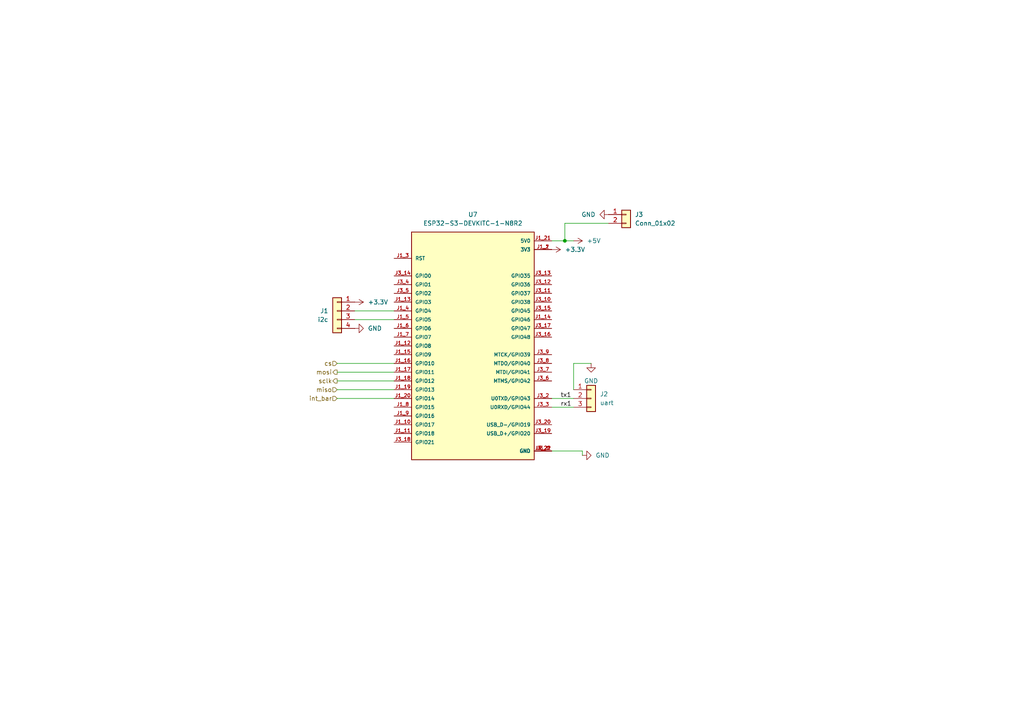
<source format=kicad_sch>
(kicad_sch (version 20240716) (generator "eeschema") (generator_version "8.99")
  (paper "A4")
  (lib_symbols
    (symbol "Connector_Generic:Conn_01x02" (pin_names (offset 1.016) hide)
      (property "Reference" "J" (at 0 2.54 0))
      (property "Value" "Conn_01x02" (at 0 -5.08 0))
      (symbol "Conn_01x02_1_1"
        (rectangle (start -1.27 1.27) (end 1.27 -3.81) (stroke (width 0.254)) (fill (type background)))
        (rectangle (start -1.27 0.127) (end 0 -0.127) (stroke (width 0.1524)))
        (rectangle (start -1.27 -2.413) (end 0 -2.667) (stroke (width 0.1524)))
        (pin passive line (at -5.08 0 0) (length 3.81) (name "Pin_1") (number "1"))
        (pin passive line (at -5.08 -2.54 0) (length 3.81) (name "Pin_2") (number "2"))
      )
    )
    (symbol "Connector_Generic:Conn_01x03" (pin_names (offset 1.016) hide)
      (property "Reference" "J" (at 0 5.08 0))
      (property "Value" "Conn_01x03" (at 0 -5.08 0))
      (symbol "Conn_01x03_1_1"
        (rectangle (start -1.27 3.81) (end 1.27 -3.81) (stroke (width 0.254)) (fill (type background)))
        (rectangle (start -1.27 2.667) (end 0 2.413) (stroke (width 0.1524)))
        (rectangle (start -1.27 0.127) (end 0 -0.127) (stroke (width 0.1524)))
        (rectangle (start -1.27 -2.413) (end 0 -2.667) (stroke (width 0.1524)))
        (pin passive line (at -5.08 2.54 0) (length 3.81) (name "Pin_1") (number "1"))
        (pin passive line (at -5.08 0 0) (length 3.81) (name "Pin_2") (number "2"))
        (pin passive line (at -5.08 -2.54 0) (length 3.81) (name "Pin_3") (number "3"))
      )
    )
    (symbol "Connector_Generic:Conn_01x04" (pin_names (offset 1.016) hide)
      (property "Reference" "J" (at 0 5.08 0))
      (property "Value" "Conn_01x04" (at 0 -7.62 0))
      (symbol "Conn_01x04_1_1"
        (rectangle (start -1.27 3.81) (end 1.27 -6.35) (stroke (width 0.254)) (fill (type background)))
        (rectangle (start -1.27 2.667) (end 0 2.413) (stroke (width 0.1524)))
        (rectangle (start -1.27 0.127) (end 0 -0.127) (stroke (width 0.1524)))
        (rectangle (start -1.27 -2.413) (end 0 -2.667) (stroke (width 0.1524)))
        (rectangle (start -1.27 -4.953) (end 0 -5.207) (stroke (width 0.1524)))
        (pin passive line (at -5.08 2.54 0) (length 3.81) (name "Pin_1") (number "1"))
        (pin passive line (at -5.08 0 0) (length 3.81) (name "Pin_2") (number "2"))
        (pin passive line (at -5.08 -2.54 0) (length 3.81) (name "Pin_3") (number "3"))
        (pin passive line (at -5.08 -5.08 0) (length 3.81) (name "Pin_4") (number "4"))
      )
    )
    (symbol "ESP32-S3-DEVKITC-1-N8R2:ESP32-S3-DEVKITC-1-N8R2" (pin_names (offset 1.016))
      (property "Reference" "U" (at -17.78 35.56 0))
      (property "Value" "ESP32-S3-DEVKITC-1-N8R2" (at -17.78 -35.56 0))
      (symbol "ESP32-S3-DEVKITC-1-N8R2_0_0"
        (rectangle (start -17.78 -33.02) (end 17.78 33.02) (stroke (width 0.254)) (fill (type background)))
        (pin input line (at -22.86 25.4 0) (length 5.08) (name "RST") (number "J1_3"))
        (pin bidirectional line (at -22.86 20.32 0) (length 5.08) (name "GPIO0") (number "J3_14"))
        (pin bidirectional line (at -22.86 17.78 0) (length 5.08) (name "GPIO1") (number "J3_4"))
        (pin bidirectional line (at -22.86 15.24 0) (length 5.08) (name "GPIO2") (number "J3_5"))
        (pin bidirectional line (at -22.86 12.7 0) (length 5.08) (name "GPIO3") (number "J1_13"))
        (pin bidirectional line (at -22.86 10.16 0) (length 5.08) (name "GPIO4") (number "J1_4"))
        (pin bidirectional line (at -22.86 7.62 0) (length 5.08) (name "GPIO5") (number "J1_5"))
        (pin bidirectional line (at -22.86 5.08 0) (length 5.08) (name "GPIO6") (number "J1_6"))
        (pin bidirectional line (at -22.86 2.54 0) (length 5.08) (name "GPIO7") (number "J1_7"))
        (pin bidirectional line (at -22.86 0 0) (length 5.08) (name "GPIO8") (number "J1_12"))
        (pin bidirectional line (at -22.86 -2.54 0) (length 5.08) (name "GPIO9") (number "J1_15"))
        (pin bidirectional line (at -22.86 -5.08 0) (length 5.08) (name "GPIO10") (number "J1_16"))
        (pin bidirectional line (at -22.86 -7.62 0) (length 5.08) (name "GPIO11") (number "J1_17"))
        (pin bidirectional line (at -22.86 -10.16 0) (length 5.08) (name "GPIO12") (number "J1_18"))
        (pin bidirectional line (at -22.86 -12.7 0) (length 5.08) (name "GPIO13") (number "J1_19"))
        (pin bidirectional line (at -22.86 -15.24 0) (length 5.08) (name "GPIO14") (number "J1_20"))
        (pin bidirectional line (at -22.86 -17.78 0) (length 5.08) (name "GPIO15") (number "J1_8"))
        (pin bidirectional line (at -22.86 -20.32 0) (length 5.08) (name "GPIO16") (number "J1_9"))
        (pin bidirectional line (at -22.86 -22.86 0) (length 5.08) (name "GPIO17") (number "J1_10"))
        (pin bidirectional line (at -22.86 -25.4 0) (length 5.08) (name "GPIO18") (number "J1_11"))
        (pin bidirectional line (at -22.86 -27.94 0) (length 5.08) (name "GPIO21") (number "J3_18"))
        (pin power_in line (at 22.86 30.48 180) (length 5.08) (name "5V0") (number "J1_21"))
        (pin power_in line (at 22.86 27.94 180) (length 5.08) (name "3V3") (number "J1_1"))
        (pin power_in line (at 22.86 27.94 180) (length 5.08) (name "3V3") (number "J1_2"))
        (pin bidirectional line (at 22.86 20.32 180) (length 5.08) (name "GPIO35") (number "J3_13"))
        (pin bidirectional line (at 22.86 17.78 180) (length 5.08) (name "GPIO36") (number "J3_12"))
        (pin bidirectional line (at 22.86 15.24 180) (length 5.08) (name "GPIO37") (number "J3_11"))
        (pin bidirectional line (at 22.86 12.7 180) (length 5.08) (name "GPIO38") (number "J3_10"))
        (pin bidirectional line (at 22.86 10.16 180) (length 5.08) (name "GPIO45") (number "J3_15"))
        (pin bidirectional line (at 22.86 7.62 180) (length 5.08) (name "GPIO46") (number "J1_14"))
        (pin bidirectional line (at 22.86 5.08 180) (length 5.08) (name "GPIO47") (number "J3_17"))
        (pin bidirectional line (at 22.86 2.54 180) (length 5.08) (name "GPIO48") (number "J3_16"))
        (pin bidirectional line (at 22.86 -2.54 180) (length 5.08) (name "MTCK/GPIO39") (number "J3_9"))
        (pin bidirectional line (at 22.86 -5.08 180) (length 5.08) (name "MTDO/GPIO40") (number "J3_8"))
        (pin bidirectional line (at 22.86 -7.62 180) (length 5.08) (name "MTDI/GPIO41") (number "J3_7"))
        (pin bidirectional line (at 22.86 -10.16 180) (length 5.08) (name "MTMS/GPIO42") (number "J3_6"))
        (pin bidirectional line (at 22.86 -15.24 180) (length 5.08) (name "U0TXD/GPIO43") (number "J3_2"))
        (pin bidirectional line (at 22.86 -17.78 180) (length 5.08) (name "U0RXD/GPIO44") (number "J3_3"))
        (pin bidirectional line (at 22.86 -22.86 180) (length 5.08) (name "USB_D-/GPIO19") (number "J3_20"))
        (pin bidirectional line (at 22.86 -25.4 180) (length 5.08) (name "USB_D+/GPIO20") (number "J3_19"))
        (pin power_in line (at 22.86 -30.48 180) (length 5.08) (name "GND") (number "J1_22"))
        (pin power_in line (at 22.86 -30.48 180) (length 5.08) (name "GND") (number "J3_1"))
        (pin power_in line (at 22.86 -30.48 180) (length 5.08) (name "GND") (number "J3_21"))
        (pin power_in line (at 22.86 -30.48 180) (length 5.08) (name "GND") (number "J3_22"))
      )
    )
    (symbol "power:+3.3V" (power) (pin_numbers hide) (pin_names (offset 0) hide)
      (property "Value" "+3.3V" (at 0 3.556 0))
      (symbol "+3.3V_0_1"
        (polyline (pts (xy -0.762 1.27) (xy 0 2.54)))
        (polyline (pts (xy 0 2.54) (xy 0.762 1.27)))
        (polyline (pts (xy 0 0) (xy 0 2.54)))
      )
      (symbol "+3.3V_1_1"
        (pin power_in line (at 0 0 90) (length 0) (name "~") (number "1"))
      )
    )
    (symbol "power:+5V" (power) (pin_numbers hide) (pin_names (offset 0) hide)
      (property "Value" "+5V" (at 0 3.556 0))
      (symbol "+5V_0_1"
        (polyline (pts (xy -0.762 1.27) (xy 0 2.54)))
        (polyline (pts (xy 0 2.54) (xy 0.762 1.27)))
        (polyline (pts (xy 0 0) (xy 0 2.54)))
      )
      (symbol "+5V_1_1"
        (pin power_in line (at 0 0 90) (length 0) (name "~") (number "1"))
      )
    )
    (symbol "power:GND" (power) (pin_numbers hide) (pin_names (offset 0) hide)
      (property "Value" "GND" (at 0 -3.81 0))
      (symbol "GND_0_1"
        (polyline (pts (xy 0 0) (xy 0 -1.27) (xy 1.27 -1.27) (xy 0 -2.54) (xy -1.27 -1.27) (xy 0 -1.27)))
      )
      (symbol "GND_1_1"
        (pin power_in line (at 0 0 270) (length 0) (name "~") (number "1"))
      )
    )
  )
  (junction (at 163.83 69.85))
  (wire (pts (xy 102.87 90.17) (xy 114.3 90.17)))
  (wire (pts (xy 114.3 107.95) (xy 97.79 107.95)))
  (wire (pts (xy 163.83 64.77) (xy 176.53 64.77)))
  (wire (pts (xy 163.83 69.85) (xy 166.37 69.85)))
  (wire (pts (xy 168.91 130.81) (xy 168.91 132.08)))
  (wire (pts (xy 97.79 110.49) (xy 114.3 110.49)))
  (wire (pts (xy 160.02 69.85) (xy 163.83 69.85)))
  (wire (pts (xy 160.02 118.11) (xy 166.37 118.11)))
  (wire (pts (xy 166.37 105.41) (xy 171.45 105.41)))
  (wire (pts (xy 97.79 113.03) (xy 114.3 113.03)))
  (wire (pts (xy 160.02 115.57) (xy 166.37 115.57)))
  (wire (pts (xy 160.02 130.81) (xy 168.91 130.81)))
  (wire (pts (xy 102.87 92.71) (xy 114.3 92.71)))
  (wire (pts (xy 163.83 64.77) (xy 163.83 69.85)))
  (wire (pts (xy 97.79 115.57) (xy 114.3 115.57)))
  (wire (pts (xy 166.37 113.03) (xy 166.37 105.41)))
  (wire (pts (xy 97.79 105.41) (xy 114.3 105.41)))
  (label "rx1" (at 162.56 118.11 0))
  (label "tx1" (at 162.56 115.57 0))
  (hierarchical_label "int_bar" (shape input) (at 97.79 115.57 180))
  (hierarchical_label "mosi" (shape output) (at 97.79 107.95 180))
  (hierarchical_label "cs" (shape input) (at 97.79 105.41 180))
  (hierarchical_label "sclk" (shape output) (at 97.79 110.49 180))
  (hierarchical_label "miso" (shape input) (at 97.79 113.03 180))
  (symbol (lib_id "Connector_Generic:Conn_01x03") (at 171.45 115.57 0) (unit 1)
    (property "Reference" "J2" (at 173.99 114.2999 0) (effects (justify left)))
    (property "Value" "uart" (at 173.99 116.8399 0) (effects (justify left)))
    (property "Footprint" "Connector_JST:JST_EH_B3B-EH-A_1x03_P2.50mm_Vertical" (effects (hide yes)))
    (property "Description" "Generic connector, single row, 01x03, script generated (kicad-library-utils/schlib/autogen/connector/)" (effects (hide yes)))
  )
  (symbol (lib_id "power:GND") (at 176.53 62.23 270) (unit 1)
    (property "Reference" "#PWR058" (effects (hide yes)))
    (property "Value" "GND" (at 172.72 62.2299 90) (effects (justify right)))
    (property "Description" "Power symbol creates a global label with name \"GND\" , ground" (effects (hide yes)))
  )
  (symbol (lib_id "power:GND") (at 102.87 95.25 90) (unit 1)
    (property "Reference" "#PWR053" (effects (hide yes)))
    (property "Value" "GND" (at 106.68 95.2499 90) (effects (justify right)))
    (property "Description" "Power symbol creates a global label with name \"GND\" , ground" (effects (hide yes)))
  )
  (symbol (lib_id "power:+5V") (at 166.37 69.85 270) (unit 1)
    (property "Reference" "#PWR055" (effects (hide yes)))
    (property "Value" "+5V" (at 170.18 69.8499 90) (effects (justify left)))
    (property "Description" "Power symbol creates a global label with name \"+5V\"" (effects (hide yes)))
  )
  (symbol (lib_id "Connector_Generic:Conn_01x04") (at 97.79 90.17 0) (mirror y) (unit 1)
    (property "Reference" "J1" (at 95.25 90.1699 0) (effects (justify left)))
    (property "Value" "i2c" (at 95.25 92.7099 0) (effects (justify left)))
    (property "Footprint" "Connector_JST:JST_EH_B4B-EH-A_1x04_P2.50mm_Vertical" (effects (hide yes)))
    (property "Description" "Generic connector, single row, 01x04, script generated (kicad-library-utils/schlib/autogen/connector/)" (effects (hide yes)))
  )
  (symbol (lib_id "power:GND") (at 171.45 105.41 0) (unit 1)
    (property "Reference" "#PWR057" (effects (hide yes)))
    (property "Value" "GND" (at 171.45 110.49 0))
    (property "Description" "Power symbol creates a global label with name \"GND\" , ground" (effects (hide yes)))
  )
  (symbol (lib_id "Connector_Generic:Conn_01x02") (at 181.61 62.23 0) (unit 1)
    (property "Reference" "J3" (at 184.15 62.2299 0) (effects (justify left)))
    (property "Value" "Conn_01x02" (at 184.15 64.7699 0) (effects (justify left)))
    (property "Footprint" "Connector_Wire:SolderWire-0.5sqmm_1x02_P4.6mm_D0.9mm_OD2.1mm" (effects (hide yes)))
    (property "Description" "Generic connector, single row, 01x02, script generated (kicad-library-utils/schlib/autogen/connector/)" (effects (hide yes)))
  )
  (symbol (lib_id "power:+3.3V") (at 160.02 72.39 270) (unit 1)
    (property "Reference" "#PWR054" (effects (hide yes)))
    (property "Value" "+3.3V" (at 163.83 72.3899 90) (effects (justify left)))
    (property "Description" "Power symbol creates a global label with name \"+3.3V\"" (effects (hide yes)))
  )
  (symbol (lib_id "power:+3.3V") (at 102.87 87.63 270) (unit 1)
    (property "Reference" "#PWR052" (effects (hide yes)))
    (property "Value" "+3.3V" (at 106.68 87.6299 90) (effects (justify left)))
    (property "Description" "Power symbol creates a global label with name \"+3.3V\"" (effects (hide yes)))
  )
  (symbol (lib_id "power:GND") (at 168.91 132.08 90) (unit 1)
    (property "Reference" "#PWR056" (effects (hide yes)))
    (property "Value" "GND" (at 172.72 132.0799 90) (effects (justify right)))
    (property "Description" "Power symbol creates a global label with name \"GND\" , ground" (effects (hide yes)))
  )
  (symbol (lib_id "ESP32-S3-DEVKITC-1-N8R2:ESP32-S3-DEVKITC-1-N8R2") (at 137.16 100.33 0) (unit 1)
    (property "Reference" "U7" (at 137.16 62.23 0))
    (property "Value" "ESP32-S3-DEVKITC-1-N8R2" (at 137.16 64.77 0))
    (property "Footprint" "local:XCVR_ESP32-S3-DEVKITC-1-N8R2" (effects (hide yes)))
    (property "MF" "Espressif Systems" (effects (hide yes)))
    (property "Description_1" "\nWiFi Development Tools - 802.11 (Engineering Samples Only) ESP32-S3 General-Purpose Development Board, ESP32-S3-WROOM-1-N8R2, with Pin Header\n" (effects (hide yes)))
    (property "Package" "None" (effects (hide yes)))
    (property "Price" "None" (effects (hide yes)))
    (property "Check_prices" "https://www.snapeda.com/parts/ESP32-S3-DEVKITC-1-N8R2/Espressif+Systems/view-part/?ref=eda" (effects (hide yes)))
    (property "STANDARD" "Manufacturer Recommendations" (effects (hide yes)))
    (property "PARTREV" "V1" (effects (hide yes)))
    (property "SnapEDA_Link" "https://www.snapeda.com/parts/ESP32-S3-DEVKITC-1-N8R2/Espressif+Systems/view-part/?ref=snap" (effects (hide yes)))
    (property "MP" "ESP32-S3-DEVKITC-1-N8R2" (effects (hide yes)))
    (property "Availability" "In Stock" (effects (hide yes)))
    (property "MANUFACTURER" "Espressif" (effects (hide yes)))
  )
)
</source>
